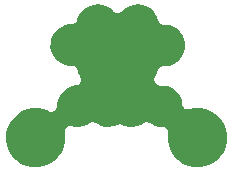
<source format=gbr>
G04 #@! TF.FileFunction,Soldermask,Bot*
%FSLAX46Y46*%
G04 Gerber Fmt 4.6, Leading zero omitted, Abs format (unit mm)*
G04 Created by KiCad (PCBNEW 0.201508300901+6132~28~ubuntu15.04.1-product) date Thu 03 Sep 2015 23:07:28 CEST*
%MOMM*%
G01*
G04 APERTURE LIST*
%ADD10C,0.100000*%
G04 APERTURE END LIST*
D10*
G36*
X150230127Y-96365172D02*
X150571866Y-96403504D01*
X150899652Y-96507484D01*
X151200998Y-96673150D01*
X151464427Y-96894193D01*
X151505797Y-96945647D01*
X151605906Y-97039366D01*
X151731339Y-97103099D01*
X151869562Y-97129365D01*
X152009630Y-97116082D01*
X152140452Y-97064304D01*
X152275897Y-96950487D01*
X152336909Y-96876736D01*
X152603398Y-96659393D01*
X152907028Y-96497950D01*
X153236233Y-96398557D01*
X153578474Y-96365000D01*
X153595526Y-96365000D01*
X153620127Y-96365172D01*
X153961866Y-96403504D01*
X154289652Y-96507484D01*
X154590998Y-96673150D01*
X154854427Y-96894193D01*
X155069905Y-97162194D01*
X155229224Y-97466943D01*
X155306987Y-97731160D01*
X155365113Y-97858776D01*
X155456795Y-97965500D01*
X155574579Y-98042456D01*
X155709140Y-98083552D01*
X155782962Y-98089553D01*
X156012070Y-98091152D01*
X156350567Y-98160636D01*
X156669114Y-98294540D01*
X156955593Y-98487773D01*
X157199073Y-98732959D01*
X157390300Y-99020779D01*
X157521979Y-99340256D01*
X157588412Y-99675768D01*
X157588411Y-99675867D01*
X157589076Y-99679227D01*
X157583565Y-100073906D01*
X157582806Y-100077245D01*
X157582805Y-100077345D01*
X157507029Y-100410872D01*
X157366480Y-100726550D01*
X157167298Y-101008910D01*
X156917057Y-101247211D01*
X156625302Y-101432364D01*
X156303133Y-101557326D01*
X155962833Y-101617329D01*
X155780395Y-101613508D01*
X155640714Y-101630382D01*
X155511264Y-101685502D01*
X155402296Y-101774503D01*
X155322437Y-101890339D01*
X155292634Y-101964673D01*
X155219849Y-102199802D01*
X155056290Y-102502298D01*
X155055442Y-102503323D01*
X155050705Y-102512084D01*
X155001865Y-102644031D01*
X154991718Y-102784361D01*
X155021068Y-102921962D01*
X155087591Y-103045938D01*
X155186019Y-103146474D01*
X155308559Y-103215607D01*
X155487037Y-103249884D01*
X155797832Y-103252055D01*
X156134132Y-103321087D01*
X156450611Y-103454122D01*
X156735230Y-103646100D01*
X156977133Y-103889698D01*
X157167121Y-104175653D01*
X157297944Y-104493053D01*
X157371418Y-104864122D01*
X157417893Y-104996921D01*
X157499525Y-105111515D01*
X157609850Y-105198830D01*
X157740132Y-105251952D01*
X157880055Y-105266675D01*
X157955586Y-105258149D01*
X158434293Y-105166831D01*
X158924533Y-105170254D01*
X159404779Y-105268834D01*
X159856720Y-105458813D01*
X160263162Y-105732961D01*
X160608608Y-106080827D01*
X160879914Y-106489176D01*
X161066734Y-106942434D01*
X161161274Y-107419897D01*
X161161273Y-107419999D01*
X161161937Y-107423355D01*
X161154118Y-107983313D01*
X161153360Y-107986647D01*
X161153359Y-107986752D01*
X161045524Y-108461389D01*
X160846122Y-108909252D01*
X160563521Y-109309865D01*
X160208493Y-109647954D01*
X159794561Y-109910643D01*
X159337482Y-110087932D01*
X158854676Y-110173064D01*
X158364532Y-110162797D01*
X157885716Y-110057522D01*
X157436460Y-109861247D01*
X157033891Y-109581455D01*
X156693334Y-109228798D01*
X156427757Y-108816702D01*
X156247283Y-108360878D01*
X156158783Y-107878675D01*
X156165627Y-107388476D01*
X156172096Y-107358044D01*
X156181694Y-107217676D01*
X156151808Y-107080190D01*
X156084801Y-106956474D01*
X155985982Y-106856324D01*
X155863173Y-106787669D01*
X155693492Y-106754197D01*
X155405681Y-106748169D01*
X155070379Y-106674447D01*
X154755784Y-106537004D01*
X154630418Y-106449872D01*
X154504738Y-106386628D01*
X154366413Y-106360902D01*
X154226398Y-106374731D01*
X154077147Y-106438282D01*
X153867080Y-106571595D01*
X153547007Y-106695743D01*
X153208911Y-106755358D01*
X152865681Y-106748169D01*
X152530377Y-106674447D01*
X152266207Y-106559034D01*
X152130636Y-106521406D01*
X151989949Y-106523038D01*
X151884227Y-106562726D01*
X151880790Y-106553865D01*
X151515007Y-106695743D01*
X151176911Y-106755358D01*
X150833681Y-106748169D01*
X150498379Y-106674447D01*
X150183784Y-106537004D01*
X150058418Y-106449872D01*
X149932738Y-106386628D01*
X149794413Y-106360902D01*
X149654398Y-106374731D01*
X149505147Y-106438282D01*
X149295080Y-106571595D01*
X148975007Y-106695743D01*
X148636911Y-106755358D01*
X148293681Y-106748169D01*
X148013855Y-106686645D01*
X147873557Y-106676067D01*
X147735866Y-106704993D01*
X147611686Y-106771134D01*
X147510848Y-106869253D01*
X147441338Y-106991579D01*
X147408659Y-107128427D01*
X147416010Y-107272099D01*
X147445274Y-107419893D01*
X147445273Y-107419999D01*
X147445937Y-107423355D01*
X147438118Y-107983313D01*
X147437360Y-107986647D01*
X147437359Y-107986752D01*
X147329524Y-108461389D01*
X147130122Y-108909252D01*
X146847521Y-109309865D01*
X146492493Y-109647954D01*
X146078561Y-109910643D01*
X145621482Y-110087932D01*
X145138676Y-110173064D01*
X144648532Y-110162797D01*
X144169716Y-110057522D01*
X143720460Y-109861247D01*
X143317891Y-109581455D01*
X142977334Y-109228798D01*
X142711757Y-108816702D01*
X142531283Y-108360878D01*
X142442783Y-107878675D01*
X142449627Y-107388473D01*
X142551557Y-106908932D01*
X142744688Y-106458322D01*
X143021668Y-106053804D01*
X143371939Y-105710793D01*
X143782167Y-105442347D01*
X144236720Y-105258696D01*
X144718293Y-105166831D01*
X145208533Y-105170254D01*
X145688777Y-105268833D01*
X146057851Y-105423979D01*
X146193935Y-105459710D01*
X146334585Y-105456115D01*
X146468665Y-105413478D01*
X146585558Y-105335175D01*
X146676009Y-105227406D01*
X146732855Y-105098705D01*
X146751561Y-104970031D01*
X146753860Y-104805400D01*
X146825238Y-104469594D01*
X146960483Y-104154042D01*
X147154439Y-103870778D01*
X147399727Y-103630574D01*
X147686992Y-103442594D01*
X148005306Y-103313986D01*
X148384345Y-103241680D01*
X148517465Y-103196134D01*
X148632626Y-103115304D01*
X148720709Y-103005592D01*
X148774739Y-102875683D01*
X148790439Y-102735866D01*
X148766565Y-102597210D01*
X148733756Y-102518888D01*
X148714881Y-102482784D01*
X148714095Y-102481806D01*
X148554776Y-102177057D01*
X148486196Y-101944041D01*
X148428070Y-101816424D01*
X148336389Y-101709701D01*
X148218604Y-101632744D01*
X148017203Y-101585745D01*
X147747361Y-101580093D01*
X147409868Y-101505890D01*
X147093223Y-101367551D01*
X146809473Y-101170340D01*
X146569434Y-100921772D01*
X146382247Y-100631313D01*
X146255041Y-100310030D01*
X146192662Y-99970153D01*
X146197487Y-99624641D01*
X146269331Y-99286640D01*
X146405457Y-98969033D01*
X146600684Y-98683913D01*
X146847568Y-98442146D01*
X147136712Y-98252935D01*
X147457101Y-98123489D01*
X147796531Y-98058740D01*
X148001431Y-98060170D01*
X148140862Y-98041347D01*
X148269530Y-97984425D01*
X148377245Y-97893910D01*
X148455478Y-97776970D01*
X148482183Y-97708994D01*
X148564151Y-97444198D01*
X148727710Y-97141702D01*
X148946909Y-96876736D01*
X149213398Y-96659393D01*
X149517028Y-96497950D01*
X149846233Y-96398557D01*
X150188474Y-96365000D01*
X150205526Y-96365000D01*
X150230127Y-96365172D01*
X150230127Y-96365172D01*
G37*
M02*

</source>
